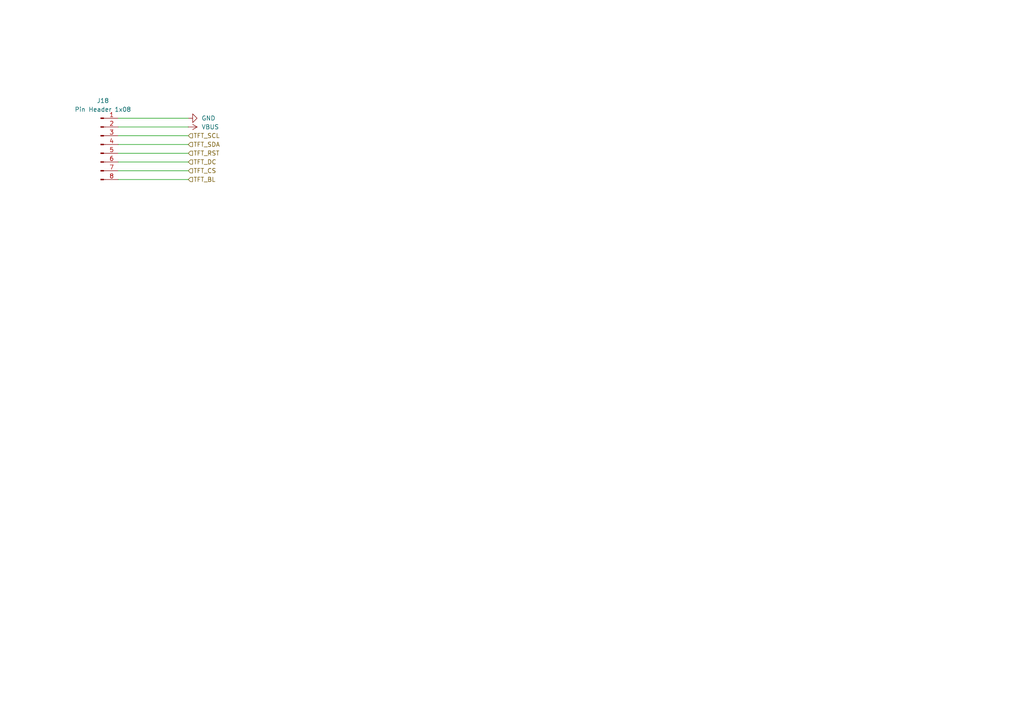
<source format=kicad_sch>
(kicad_sch (version 20250114) (generator "eeschema") (generator_version "9.0")
  (paper "A4")
  (title_block (title "TurboFRANK") (date "2025-03-19") (rev "1.04") (company "Mikhail Matveev") (comment 1 "https://github.com/xtremespb/frank"))
  (lib_symbols
    (symbol "Connector:Conn_01x08_Pin" (pin_names (offset 1.016) (hide yes))
      (property "Reference" "J" (at 0 10.16 0))
      (property "Value" "Conn_01x08_Pin" (at 0 -12.7 0))
      (symbol "Conn_01x08_Pin_1_1"
        (rectangle (start 0.8636 7.747) (end 0 7.493) (stroke (width 0.1524)) (fill (type outline)))
        (rectangle (start 0.8636 5.207) (end 0 4.953) (stroke (width 0.1524)) (fill (type outline)))
        (rectangle (start 0.8636 2.667) (end 0 2.413) (stroke (width 0.1524)) (fill (type outline)))
        (rectangle (start 0.8636 0.127) (end 0 -0.127) (stroke (width 0.1524)) (fill (type outline)))
        (rectangle (start 0.8636 -2.413) (end 0 -2.667) (stroke (width 0.1524)) (fill (type outline)))
        (rectangle (start 0.8636 -4.953) (end 0 -5.207) (stroke (width 0.1524)) (fill (type outline)))
        (rectangle (start 0.8636 -7.493) (end 0 -7.747) (stroke (width 0.1524)) (fill (type outline)))
        (rectangle (start 0.8636 -10.033) (end 0 -10.287) (stroke (width 0.1524)) (fill (type outline)))
        (polyline (pts (xy 1.27 7.62) (xy 0.8636 7.62)) (stroke (width 0.1524)))
        (polyline (pts (xy 1.27 5.08) (xy 0.8636 5.08)) (stroke (width 0.1524)))
        (polyline (pts (xy 1.27 2.54) (xy 0.8636 2.54)) (stroke (width 0.1524)))
        (polyline (pts (xy 1.27 0) (xy 0.8636 0)) (stroke (width 0.1524)))
        (polyline (pts (xy 1.27 -2.54) (xy 0.8636 -2.54)) (stroke (width 0.1524)))
        (polyline (pts (xy 1.27 -5.08) (xy 0.8636 -5.08)) (stroke (width 0.1524)))
        (polyline (pts (xy 1.27 -7.62) (xy 0.8636 -7.62)) (stroke (width 0.1524)))
        (polyline (pts (xy 1.27 -10.16) (xy 0.8636 -10.16)) (stroke (width 0.1524)))
        (pin passive line (at 5.08 7.62 180) (length 3.81) (name "Pin_1") (number "1"))
        (pin passive line (at 5.08 5.08 180) (length 3.81) (name "Pin_2") (number "2"))
        (pin passive line (at 5.08 2.54 180) (length 3.81) (name "Pin_3") (number "3"))
        (pin passive line (at 5.08 0 180) (length 3.81) (name "Pin_4") (number "4"))
        (pin passive line (at 5.08 -2.54 180) (length 3.81) (name "Pin_5") (number "5"))
        (pin passive line (at 5.08 -5.08 180) (length 3.81) (name "Pin_6") (number "6"))
        (pin passive line (at 5.08 -7.62 180) (length 3.81) (name "Pin_7") (number "7"))
        (pin passive line (at 5.08 -10.16 180) (length 3.81) (name "Pin_8") (number "8"))
      )
    )
    (symbol "GND_8" (power) (pin_numbers (hide yes)) (pin_names (offset 0) (hide yes))
      (property "Value" "GND" (at 0 -3.81 0))
      (symbol "GND_8_0_1"
        (polyline (pts (xy 0 0) (xy 0 -1.27) (xy 1.27 -1.27) (xy 0 -2.54) (xy -1.27 -1.27) (xy 0 -1.27)))
      )
      (symbol "GND_8_1_1"
        (pin power_in line (at 0 0 270) (length 0) (name "~") (number "1"))
      )
    )
    (symbol "power:VBUS" (power) (pin_numbers (hide yes)) (pin_names (offset 0) (hide yes))
      (property "Value" "VBUS" (at 0 3.556 0))
      (symbol "VBUS_0_1"
        (polyline (pts (xy -0.762 1.27) (xy 0 2.54)))
        (polyline (pts (xy 0 2.54) (xy 0.762 1.27)))
        (polyline (pts (xy 0 0) (xy 0 2.54)))
      )
      (symbol "VBUS_1_1"
        (pin power_in line (at 0 0 90) (length 0) (name "~") (number "1"))
      )
    )
  )
  (wire (pts (xy 34.29 41.91) (xy 54.61 41.91)))
  (wire (pts (xy 34.29 39.37) (xy 54.61 39.37)))
  (wire (pts (xy 34.29 44.45) (xy 54.61 44.45)))
  (wire (pts (xy 34.29 34.29) (xy 54.61 34.29)))
  (wire (pts (xy 34.29 52.07) (xy 54.61 52.07)))
  (wire (pts (xy 34.29 46.99) (xy 54.61 46.99)))
  (wire (pts (xy 34.29 36.83) (xy 54.61 36.83)))
  (wire (pts (xy 34.29 49.53) (xy 54.61 49.53)))
  (hierarchical_label "TFT_SCL" (shape input) (at 54.61 39.37 0))
  (hierarchical_label "TFT_RST" (shape input) (at 54.61 44.45 0))
  (hierarchical_label "TFT_BL" (shape input) (at 54.61 52.07 0))
  (hierarchical_label "TFT_DC" (shape input) (at 54.61 46.99 0))
  (hierarchical_label "TFT_SDA" (shape input) (at 54.61 41.91 0))
  (hierarchical_label "TFT_CS" (shape input) (at 54.61 49.53 0))
  (symbol (lib_name "GND_8") (lib_id "power:GND") (at 54.61 34.29 90) (unit 1)
    (property "Reference" "#PWR069" (effects (hide yes)))
    (property "Value" "GND" (at 58.42 34.2899 90) (effects (justify right)))
    (property "Description" "Power symbol creates a global label with name \"GND\" , ground" (effects (hide yes)))
  )
  (symbol (lib_id "power:VBUS") (at 54.61 36.83 270) (unit 1)
    (property "Reference" "#PWR070" (effects (hide yes)))
    (property "Value" "VBUS" (at 58.42 36.8299 90) (effects (justify left)))
    (property "Description" "Power symbol creates a global label with name \"VBUS\"" (effects (hide yes)))
  )
  (symbol (lib_id "Connector:Conn_01x08_Pin") (at 29.21 41.91 0) (unit 1)
    (property "Reference" "J18" (at 29.845 29.21 0))
    (property "Value" "Pin Header 1x08" (at 29.845 31.75 0))
    (property "Footprint" "FRANK:Pin Header (1x08)" (effects (hide yes)))
    (property "Description" "Generic connector, single row, 01x08, script generated" (effects (hide yes)))
    (property "AliExpress" "https://www.aliexpress.com/item/1005007039504981.html" (effects (hide yes)))
  )
)
</source>
